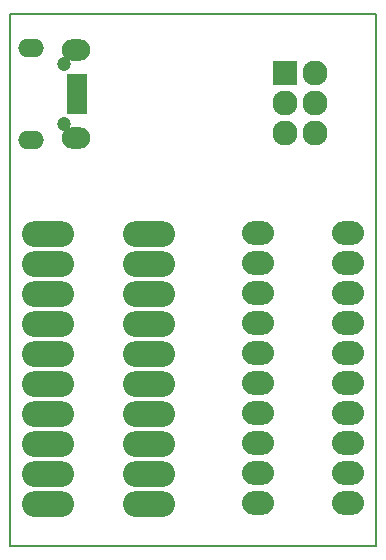
<source format=gbr>
G04 #@! TF.FileFunction,Soldermask,Top*
%FSLAX46Y46*%
G04 Gerber Fmt 4.6, Leading zero omitted, Abs format (unit mm)*
G04 Created by KiCad (PCBNEW 4.0.2+dfsg1-stable) date Die 12 Sep 2017 09:23:44 CEST*
%MOMM*%
G01*
G04 APERTURE LIST*
%ADD10C,0.100000*%
%ADD11C,0.150000*%
%ADD12O,2.700000X2.000000*%
%ADD13R,2.127200X2.127200*%
%ADD14O,2.127200X2.127200*%
%ADD15O,4.400000X2.200000*%
%ADD16C,1.200000*%
%ADD17O,2.200000X1.550000*%
%ADD18O,2.400000X1.850000*%
%ADD19R,1.700000X0.850000*%
G04 APERTURE END LIST*
D10*
D11*
X0Y0D02*
X0Y45000000D01*
X31000000Y0D02*
X0Y0D01*
X31000000Y45000000D02*
X31000000Y0D01*
X0Y45000000D02*
X31000000Y45000000D01*
D12*
X21000000Y26450000D03*
X21000000Y23910000D03*
X21000000Y21370000D03*
X21000000Y18830000D03*
X21000000Y16290000D03*
X21000000Y13750000D03*
X21000000Y11210000D03*
X21000000Y8670000D03*
X21000000Y6130000D03*
X21000000Y3590000D03*
X28620000Y3590000D03*
X28620000Y6130000D03*
X28620000Y8670000D03*
X28620000Y11210000D03*
X28620000Y13750000D03*
X28620000Y16290000D03*
X28620000Y18830000D03*
X28620000Y21370000D03*
X28620000Y23910000D03*
X28620000Y26450000D03*
D13*
X23250000Y40000000D03*
D14*
X25790000Y40000000D03*
X23250000Y37460000D03*
X25790000Y37460000D03*
X23250000Y34920000D03*
X25790000Y34920000D03*
D15*
X3251100Y26426400D03*
X3251100Y23886400D03*
X3251100Y21346400D03*
X3251100Y18806400D03*
X3251100Y16266400D03*
X3251100Y13726400D03*
X3251100Y11186400D03*
X3251100Y8646400D03*
X3251100Y6106400D03*
X3251100Y3566400D03*
X11751100Y3566400D03*
X11751100Y6106400D03*
X11751100Y8646400D03*
X11751100Y11186400D03*
X11751100Y13726400D03*
X11751100Y16266400D03*
X11751100Y18806400D03*
X11751100Y21346400D03*
X11751100Y23886400D03*
X11751100Y26426400D03*
D16*
X4550000Y35750000D03*
D17*
X1800000Y34375000D03*
X1800000Y42125000D03*
D18*
X5600000Y34525000D03*
X5600000Y41975000D03*
D16*
X4550000Y40750000D03*
D19*
X5650000Y39550000D03*
X5650000Y38900000D03*
X5650000Y38250000D03*
X5650000Y37600000D03*
X5650000Y36950000D03*
M02*

</source>
